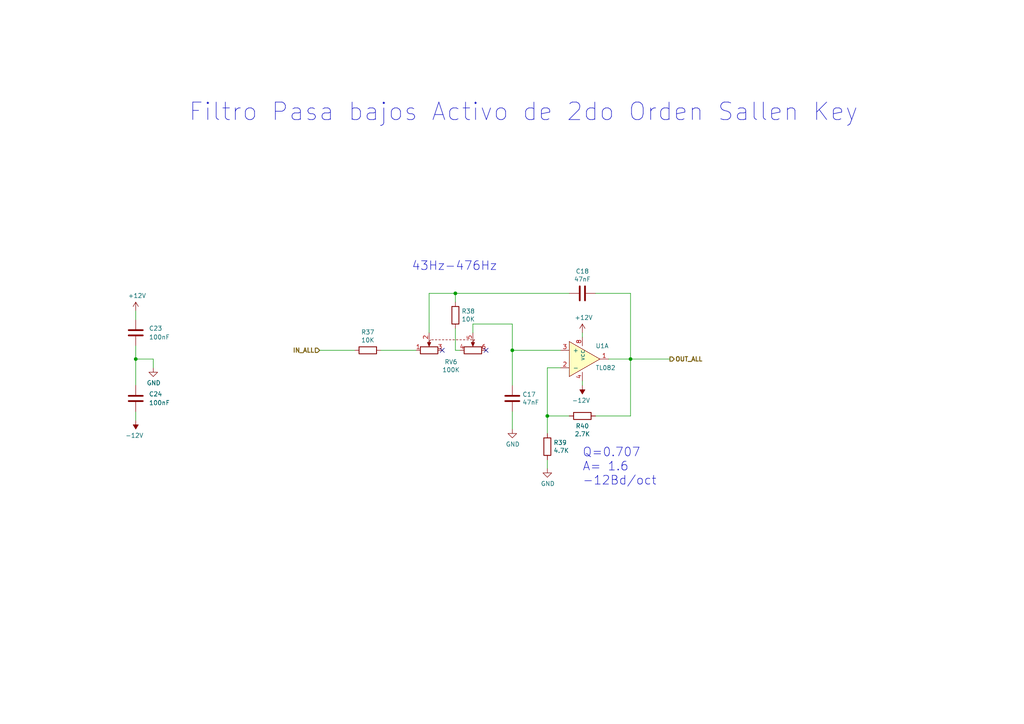
<source format=kicad_sch>
(kicad_sch (version 20230121) (generator eeschema)
  (paper "A4")
  (title_block (title "AMPLIFICADOR ESTEREO 200, CONTROL DE TONOS") (date "2023-03-06") (rev "V1.0.0") (company "https://maykolrey.com") (comment 1 "${NAME}"))
  (lib_symbols
    (symbol "Device:C" (pin_numbers hide) (pin_names (offset 0.254))
      (property "Reference" "C" (at 0.635 2.54 0))
      (property "Value" "C" (at 0.635 -2.54 0))
      (symbol "C_0_1"
        (polyline (pts (xy -2.032 -0.762) (xy 2.032 -0.762)) (stroke (width 0.508)))
        (polyline (pts (xy -2.032 0.762) (xy 2.032 0.762)) (stroke (width 0.508)))
      )
      (symbol "C_1_1"
        (pin passive line (at 0 3.81 270) (length 2.794) (name "~") (number "1"))
        (pin passive line (at 0 -3.81 90) (length 2.794) (name "~") (number "2"))
      )
    )
    (symbol "Device:R" (pin_numbers hide) (pin_names (offset 0))
      (property "Reference" "R" (at 2.032 0 90))
      (property "Value" "R" (at 0 0 90))
      (symbol "R_0_1"
        (rectangle (start -1.016 -2.54) (end 1.016 2.54) (stroke (width 0.254)))
      )
      (symbol "R_1_1"
        (pin passive line (at 0 3.81 270) (length 1.27) (name "~") (number "1"))
        (pin passive line (at 0 -3.81 90) (length 1.27) (name "~") (number "2"))
      )
    )
    (symbol "Device:R_Potentiometer_Dual" (pin_names (offset 1.016) hide)
      (property "Reference" "RV" (at 0 3.81 0))
      (property "Value" "R_Potentiometer_Dual" (at 0 1.905 0))
      (symbol "R_Potentiometer_Dual_0_1"
        (rectangle (start -8.89 -1.524) (end -3.81 -3.556) (stroke (width 0.254)))
        (polyline (pts (xy -6.35 0) (xy -6.35 -1.016)))
        (polyline (pts (xy -6.35 0) (xy -6.35 -1.016)))
        (polyline (pts (xy -6.35 0) (xy -5.842 0.508)))
        (polyline (pts (xy -5.588 0.508) (xy -5.08 0.508)))
        (polyline (pts (xy -4.572 0.508) (xy -4.064 0.508)))
        (polyline (pts (xy -3.556 0.508) (xy -3.048 0.508)))
        (polyline (pts (xy -2.54 0.508) (xy -2.032 0.508)))
        (polyline (pts (xy -1.524 0.508) (xy -1.016 0.508)))
        (polyline (pts (xy -0.508 0.508) (xy 0 0.508)))
        (polyline (pts (xy 0.508 0.508) (xy 1.016 0.508)))
        (polyline (pts (xy 1.524 0.508) (xy 2.032 0.508)))
        (polyline (pts (xy 2.54 0.508) (xy 3.048 0.508)))
        (polyline (pts (xy 3.556 0.508) (xy 4.064 0.508)))
        (polyline (pts (xy 4.572 0.508) (xy 5.08 0.508)))
        (polyline (pts (xy 5.588 0.508) (xy 6.096 0.508)))
        (polyline (pts (xy 6.35 0) (xy 6.35 -1.016)))
        (polyline (pts (xy 6.35 0) (xy 6.35 -1.016)))
        (polyline (pts (xy 6.604 0.508) (xy 6.858 0.508) (xy 6.35 0)))
        (polyline (pts (xy -6.35 -1.397) (xy -6.858 -0.254) (xy -5.842 -0.254) (xy -6.35 -1.397)) (fill (type outline)))
        (polyline (pts (xy 6.35 -1.397) (xy 5.842 -0.254) (xy 6.858 -0.254) (xy 6.35 -1.397)) (fill (type outline)))
        (rectangle (start 3.81 -1.524) (end 8.89 -3.556) (stroke (width 0.254)))
      )
      (symbol "R_Potentiometer_Dual_1_1"
        (pin passive line (at -10.16 -2.54 0) (length 1.27) (name "1") (number "1"))
        (pin passive line (at -6.35 2.54 270) (length 2.54) (name "2") (number "2"))
        (pin passive line (at -2.54 -2.54 180) (length 1.27) (name "3") (number "3"))
        (pin passive line (at 2.54 -2.54 0) (length 1.27) (name "4") (number "4"))
        (pin passive line (at 6.35 2.54 270) (length 2.54) (name "5") (number "5"))
        (pin passive line (at 10.16 -2.54 180) (length 1.27) (name "6") (number "6"))
      )
    )
    (symbol "MSS_Operational-Amplifier:TL082" (pin_names (offset 1.016))
      (property "Reference" "U" (at 2.54 -2.54 0))
      (property "Value" "TL082" (at 3.81 5.08 0))
      (symbol "TL082_0_0"
        (pin input line (at 0 -6.35 90) (length 2.54) (name "~") (number "4"))
        (pin input line (at 0 6.35 270) (length 2.54) (name "vcc") (number "8"))
      )
      (symbol "TL082_0_1"
        (polyline (pts (xy -3.81 5.08) (xy -3.81 -5.08) (xy 5.08 0) (xy -3.81 5.08)) (fill (type background)))
      )
      (symbol "TL082_1_1"
        (pin output line (at 7.62 0 180) (length 2.54) (name "~") (number "1"))
        (pin input line (at -6.35 -2.54 0) (length 2.54) (name "-") (number "2"))
        (pin input line (at -6.35 2.54 0) (length 2.54) (name "+") (number "3"))
      )
      (symbol "TL082_2_1"
        (pin input line (at -6.35 2.54 0) (length 2.54) (name "+") (number "5"))
        (pin input line (at -6.35 -2.54 0) (length 2.54) (name "-") (number "6"))
        (pin output line (at 7.62 0 180) (length 2.54) (name "~") (number "7"))
      )
    )
    (symbol "power:+12V" (power) (pin_names (offset 0))
      (property "Value" "+12V" (at 0 3.556 0))
      (symbol "+12V_0_1"
        (polyline (pts (xy -0.762 1.27) (xy 0 2.54)))
        (polyline (pts (xy 0 0) (xy 0 2.54)))
        (polyline (pts (xy 0 2.54) (xy 0.762 1.27)))
      )
      (symbol "+12V_1_1"
        (pin power_in line (at 0 0 90) (length 0) hide (name "+12V") (number "1"))
      )
    )
    (symbol "power:-12V" (power) (pin_names (offset 0))
      (property "Value" "-12V" (at 0 3.81 0))
      (symbol "-12V_0_0"
        (pin power_in line (at 0 0 90) (length 0) hide (name "-12V") (number "1"))
      )
      (symbol "-12V_0_1"
        (polyline (pts (xy 0 0) (xy 0 1.27) (xy 0.762 1.27) (xy 0 2.54) (xy -0.762 1.27) (xy 0 1.27)) (fill (type outline)))
      )
    )
    (symbol "power:GND" (power) (pin_names (offset 0))
      (property "Value" "GND" (at 0 -3.81 0))
      (symbol "GND_0_1"
        (polyline (pts (xy 0 0) (xy 0 -1.27) (xy 1.27 -1.27) (xy 0 -2.54) (xy -1.27 -1.27) (xy 0 -1.27)))
      )
      (symbol "GND_1_1"
        (pin power_in line (at 0 0 270) (length 0) hide (name "GND") (number "1"))
      )
    )
  )
  (junction (at 132.08 85.09))
  (junction (at 39.37 104.14))
  (junction (at 182.88 104.14))
  (junction (at 158.75 120.65))
  (junction (at 148.59 101.6))
  (no_connect (at 128.27 101.6))
  (no_connect (at 140.97 101.6))
  (wire (pts (xy 120.65 101.6) (xy 110.49 101.6)))
  (wire (pts (xy 44.45 104.14) (xy 39.37 104.14)))
  (wire (pts (xy 148.59 119.38) (xy 148.59 124.46)))
  (wire (pts (xy 137.16 93.98) (xy 137.16 96.52)))
  (wire (pts (xy 158.75 125.73) (xy 158.75 120.65)))
  (wire (pts (xy 39.37 100.33) (xy 39.37 104.14)))
  (wire (pts (xy 168.91 96.52) (xy 168.91 97.79)))
  (wire (pts (xy 158.75 135.89) (xy 158.75 133.35)))
  (wire (pts (xy 44.45 106.68) (xy 44.45 104.14)))
  (wire (pts (xy 148.59 93.98) (xy 137.16 93.98)))
  (wire (pts (xy 182.88 120.65) (xy 182.88 104.14)))
  (wire (pts (xy 39.37 104.14) (xy 39.37 111.76)))
  (wire (pts (xy 158.75 106.68) (xy 162.56 106.68)))
  (wire (pts (xy 182.88 85.09) (xy 182.88 104.14)))
  (wire (pts (xy 132.08 95.25) (xy 132.08 101.6)))
  (wire (pts (xy 182.88 104.14) (xy 176.53 104.14)))
  (wire (pts (xy 148.59 101.6) (xy 162.56 101.6)))
  (wire (pts (xy 165.1 120.65) (xy 158.75 120.65)))
  (wire (pts (xy 168.91 111.76) (xy 168.91 110.49)))
  (wire (pts (xy 194.31 104.14) (xy 182.88 104.14)))
  (wire (pts (xy 172.72 85.09) (xy 182.88 85.09)))
  (wire (pts (xy 158.75 120.65) (xy 158.75 106.68)))
  (wire (pts (xy 172.72 120.65) (xy 182.88 120.65)))
  (wire (pts (xy 39.37 119.38) (xy 39.37 121.92)))
  (wire (pts (xy 133.35 101.6) (xy 132.08 101.6)))
  (wire (pts (xy 165.1 85.09) (xy 132.08 85.09)))
  (wire (pts (xy 124.46 85.09) (xy 124.46 96.52)))
  (wire (pts (xy 148.59 101.6) (xy 148.59 111.76)))
  (wire (pts (xy 148.59 93.98) (xy 148.59 101.6)))
  (wire (pts (xy 132.08 87.63) (xy 132.08 85.09)))
  (wire (pts (xy 124.46 85.09) (xy 132.08 85.09)))
  (wire (pts (xy 102.87 101.6) (xy 92.71 101.6)))
  (wire (pts (xy 39.37 90.17) (xy 39.37 92.71)))
  (text "Filtro Pasa bajos Activo de 2do Orden Sallen Key" (at 54.61 35.56 0) (effects (font (size 5.08 5.08)) (justify left bottom)))
  (text "Q=0.707\nA= 1.6\n-12Bd/oct" (at 168.91 140.97 0) (effects (font (size 2.54 2.54)) (justify left bottom)))
  (text "43Hz-476Hz" (at 119.38 78.74 0) (effects (font (size 2.54 2.54)) (justify left bottom)))
  (hierarchical_label "IN_ALL" (shape input) (at 92.71 101.6 180) (effects (font bold)))
  (hierarchical_label "OUT_ALL" (shape output) (at 194.31 104.14 0) (effects (font bold)))
  (symbol (lib_id "MSS_Operational-Amplifier:TL082") (at 168.91 104.14 0) (unit 1)
    (property "Reference" "U1" (at 172.72 100.33 0) (effects (justify left)))
    (property "Value" "TL082" (at 172.72 106.68 0) (effects (justify left)))
    (property "Footprint" "Package_DIP:DIP-8_W7.62mm_LongPads" (effects hide))
    (property "Datasheet" "https://www.ti.com/lit/ds/symlink/tl082-n.pdf" (effects hide))
  )
  (symbol (lib_id "Device:R") (at 158.75 129.54 0) (unit 1)
    (property "Reference" "R39" (at 160.528 128.3716 0) (effects (justify left)))
    (property "Value" "4.7K" (at 160.528 130.683 0) (effects (justify left)))
    (property "Footprint" "Resistor_THT:R_Axial_DIN0207_L6.3mm_D2.5mm_P10.16mm_Horizontal" (effects hide))
  )
  (symbol (lib_id "Device:R") (at 168.91 120.65 270) (unit 1)
    (property "Reference" "R40" (at 168.91 123.571 90))
    (property "Value" "2.7K" (at 168.91 125.8824 90))
    (property "Footprint" "Resistor_THT:R_Axial_DIN0207_L6.3mm_D2.5mm_P10.16mm_Horizontal" (effects hide))
  )
  (symbol (lib_id "Device:C") (at 168.91 85.09 270) (unit 1)
    (property "Reference" "C18" (at 168.91 78.6892 90))
    (property "Value" "47nF" (at 168.91 81.0006 90))
    (property "Footprint" "Capacitor_THT:C_Disc_D4.3mm_W1.9mm_P5.00mm" (effects hide))
  )
  (symbol (lib_id "Device:C") (at 148.59 115.57 180) (unit 1)
    (property "Reference" "C17" (at 151.511 114.4016 0) (effects (justify right)))
    (property "Value" "47nF" (at 151.511 116.713 0) (effects (justify right)))
    (property "Footprint" "Capacitor_THT:C_Disc_D4.3mm_W1.9mm_P5.00mm" (effects hide))
  )
  (symbol (lib_id "power:GND") (at 158.75 135.89 0) (unit 1)
    (property "Reference" "#PWR021" (effects hide))
    (property "Value" "GND" (at 158.877 140.2842 0))
  )
  (symbol (lib_id "power:GND") (at 148.59 124.46 0) (unit 1)
    (property "Reference" "#PWR020" (effects hide))
    (property "Value" "GND" (at 148.717 128.8542 0))
  )
  (symbol (lib_id "Device:R_Potentiometer_Dual") (at 130.81 99.06 0) (unit 1)
    (property "Reference" "RV6" (at 130.81 104.9782 0))
    (property "Value" "100K" (at 130.81 107.2896 0))
    (property "Footprint" "Potentiometer_THT:Potentiometer_Alps_RK163_Dual_Horizontal" (effects hide))
  )
  (symbol (lib_id "Device:R") (at 106.68 101.6 270) (unit 1)
    (property "Reference" "R37" (at 106.68 96.3422 90))
    (property "Value" "10K" (at 106.68 98.6536 90))
    (property "Footprint" "Resistor_THT:R_Axial_DIN0207_L6.3mm_D2.5mm_P10.16mm_Horizontal" (effects hide))
  )
  (symbol (lib_id "Device:R") (at 132.08 91.44 180) (unit 1)
    (property "Reference" "R38" (at 133.858 90.2716 0) (effects (justify right)))
    (property "Value" "10K" (at 133.858 92.583 0) (effects (justify right)))
    (property "Footprint" "Resistor_THT:R_Axial_DIN0207_L6.3mm_D2.5mm_P10.16mm_Horizontal" (effects hide))
  )
  (symbol (lib_id "power:+12V") (at 168.91 96.52 0) (unit 1)
    (property "Reference" "#PWR022" (effects hide))
    (property "Value" "+12V" (at 169.291 92.1258 0))
  )
  (symbol (lib_id "power:-12V") (at 168.91 111.76 180) (unit 1)
    (property "Reference" "#PWR023" (effects hide))
    (property "Value" "-12V" (at 168.529 116.1542 0))
  )
  (symbol (lib_id "Device:C") (at 39.37 115.57 0) (unit 1)
    (property "Reference" "C24" (at 43.18 114.2999 0) (effects (justify left)))
    (property "Value" "100nF" (at 43.18 116.8399 0) (effects (justify left)))
    (property "Footprint" "Capacitor_THT:C_Disc_D5.0mm_W2.5mm_P5.00mm" (effects hide))
  )
  (symbol (lib_id "power:GND") (at 44.45 106.68 0) (unit 1)
    (property "Reference" "#PWR030" (effects hide))
    (property "Value" "GND" (at 44.577 111.0742 0))
  )
  (symbol (lib_id "power:-12V") (at 39.37 121.92 180) (unit 1)
    (property "Reference" "#PWR029" (effects hide))
    (property "Value" "-12V" (at 38.989 126.3142 0))
  )
  (symbol (lib_id "power:+12V") (at 39.37 90.17 0) (unit 1)
    (property "Reference" "#PWR028" (effects hide))
    (property "Value" "+12V" (at 39.751 85.7758 0))
  )
  (symbol (lib_id "Device:C") (at 39.37 96.52 0) (unit 1)
    (property "Reference" "C23" (at 43.18 95.2499 0) (effects (justify left)))
    (property "Value" "100nF" (at 43.18 97.7899 0) (effects (justify left)))
    (property "Footprint" "Capacitor_THT:C_Disc_D5.0mm_W2.5mm_P5.00mm" (effects hide))
  )
)
</source>
